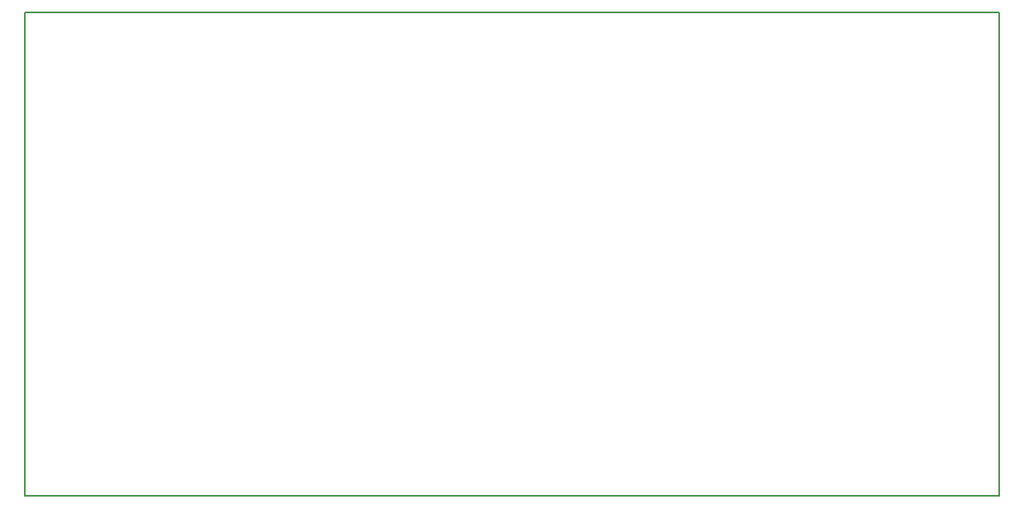
<source format=gbr>
%TF.GenerationSoftware,KiCad,Pcbnew,(5.0.0)*%
%TF.CreationDate,2018-07-24T20:25:44+02:00*%
%TF.ProjectId,tda2030StereoAmplifier,7464613230333053746572656F416D70,rev?*%
%TF.SameCoordinates,Original*%
%TF.FileFunction,Other,ECO1*%
%FSLAX46Y46*%
G04 Gerber Fmt 4.6, Leading zero omitted, Abs format (unit mm)*
G04 Created by KiCad (PCBNEW (5.0.0)) date 07/24/18 20:25:44*
%MOMM*%
%LPD*%
G01*
G04 APERTURE LIST*
%ADD10C,0.150000*%
G04 APERTURE END LIST*
D10*
X17780000Y-95885000D02*
X117475000Y-95885000D01*
X17780000Y-95885000D02*
X17780000Y-46355000D01*
X117475000Y-46355000D02*
X117475000Y-95885000D01*
X17780000Y-46355000D02*
X117475000Y-46355000D01*
M02*

</source>
